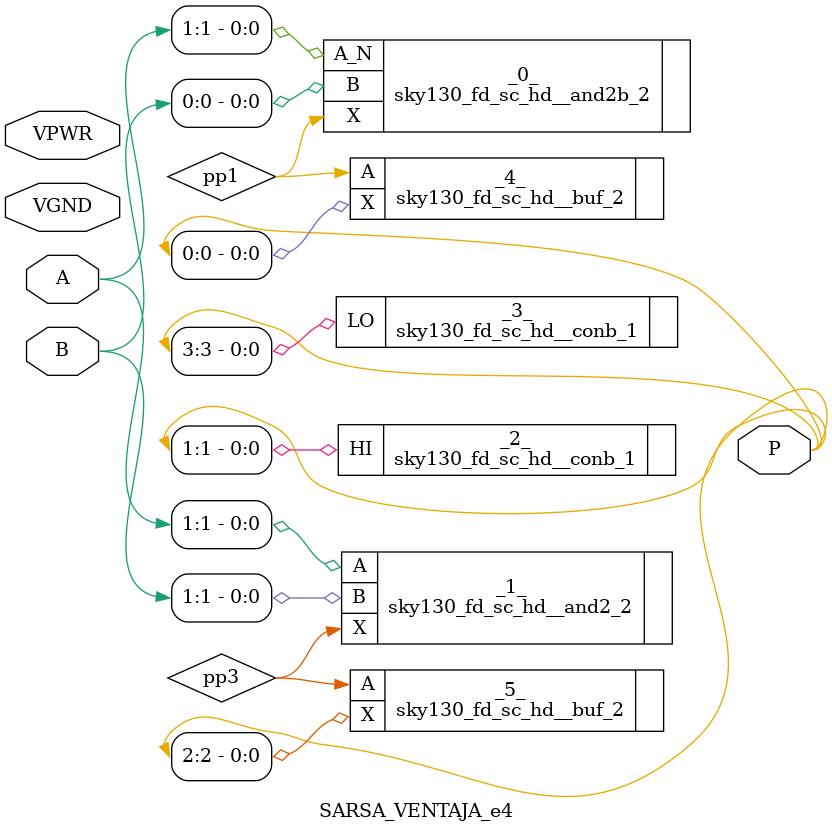
<source format=v>
module SARSA_VENTAJA_e4 (A,
    B,
    P,
    VPWR,
    VGND);
 input [1:0] A;
 input [1:0] B;
 output [3:0] P;
 inout VPWR;
 inout VGND;

 wire pp1;
 wire pp3;

 sky130_fd_sc_hd__and2b_2 _0_ (.A_N(A[1]),
    .B(B[0]),
    .X(pp1));
 sky130_fd_sc_hd__and2_2 _1_ (.A(A[1]),
    .B(B[1]),
    .X(pp3));
 sky130_fd_sc_hd__conb_1 _2_ (.HI(P[1]));
 sky130_fd_sc_hd__conb_1 _3_ (.LO(P[3]));
 sky130_fd_sc_hd__buf_2 _4_ (.A(pp1),
    .X(P[0]));
 sky130_fd_sc_hd__buf_2 _5_ (.A(pp3),
    .X(P[2]));
 sky130_fd_sc_hd__decap_3 PHY_EDGE_ROW_0_Right_0 ();
 sky130_fd_sc_hd__decap_3 PHY_EDGE_ROW_1_Right_1 ();
 sky130_fd_sc_hd__decap_3 PHY_EDGE_ROW_2_Right_2 ();
 sky130_fd_sc_hd__decap_3 PHY_EDGE_ROW_3_Right_3 ();
 sky130_fd_sc_hd__decap_3 PHY_EDGE_ROW_4_Right_4 ();
 sky130_fd_sc_hd__decap_3 PHY_EDGE_ROW_5_Right_5 ();
 sky130_fd_sc_hd__decap_3 PHY_EDGE_ROW_6_Right_6 ();
 sky130_fd_sc_hd__decap_3 PHY_EDGE_ROW_7_Right_7 ();
 sky130_fd_sc_hd__decap_3 PHY_EDGE_ROW_8_Right_8 ();
 sky130_fd_sc_hd__decap_3 PHY_EDGE_ROW_9_Right_9 ();
 sky130_fd_sc_hd__decap_3 PHY_EDGE_ROW_0_Left_10 ();
 sky130_fd_sc_hd__decap_3 PHY_EDGE_ROW_1_Left_11 ();
 sky130_fd_sc_hd__decap_3 PHY_EDGE_ROW_2_Left_12 ();
 sky130_fd_sc_hd__decap_3 PHY_EDGE_ROW_3_Left_13 ();
 sky130_fd_sc_hd__decap_3 PHY_EDGE_ROW_4_Left_14 ();
 sky130_fd_sc_hd__decap_3 PHY_EDGE_ROW_5_Left_15 ();
 sky130_fd_sc_hd__decap_3 PHY_EDGE_ROW_6_Left_16 ();
 sky130_fd_sc_hd__decap_3 PHY_EDGE_ROW_7_Left_17 ();
 sky130_fd_sc_hd__decap_3 PHY_EDGE_ROW_8_Left_18 ();
 sky130_fd_sc_hd__decap_3 PHY_EDGE_ROW_9_Left_19 ();
 sky130_fd_sc_hd__tapvpwrvgnd_1 TAP_TAPCELL_ROW_0_20 ();
 sky130_fd_sc_hd__tapvpwrvgnd_1 TAP_TAPCELL_ROW_0_21 ();
 sky130_fd_sc_hd__tapvpwrvgnd_1 TAP_TAPCELL_ROW_1_22 ();
 sky130_fd_sc_hd__tapvpwrvgnd_1 TAP_TAPCELL_ROW_2_23 ();
 sky130_fd_sc_hd__tapvpwrvgnd_1 TAP_TAPCELL_ROW_3_24 ();
 sky130_fd_sc_hd__tapvpwrvgnd_1 TAP_TAPCELL_ROW_4_25 ();
 sky130_fd_sc_hd__tapvpwrvgnd_1 TAP_TAPCELL_ROW_5_26 ();
 sky130_fd_sc_hd__tapvpwrvgnd_1 TAP_TAPCELL_ROW_6_27 ();
 sky130_fd_sc_hd__tapvpwrvgnd_1 TAP_TAPCELL_ROW_7_28 ();
 sky130_fd_sc_hd__tapvpwrvgnd_1 TAP_TAPCELL_ROW_8_29 ();
 sky130_fd_sc_hd__tapvpwrvgnd_1 TAP_TAPCELL_ROW_9_30 ();
 sky130_fd_sc_hd__tapvpwrvgnd_1 TAP_TAPCELL_ROW_9_31 ();
endmodule

</source>
